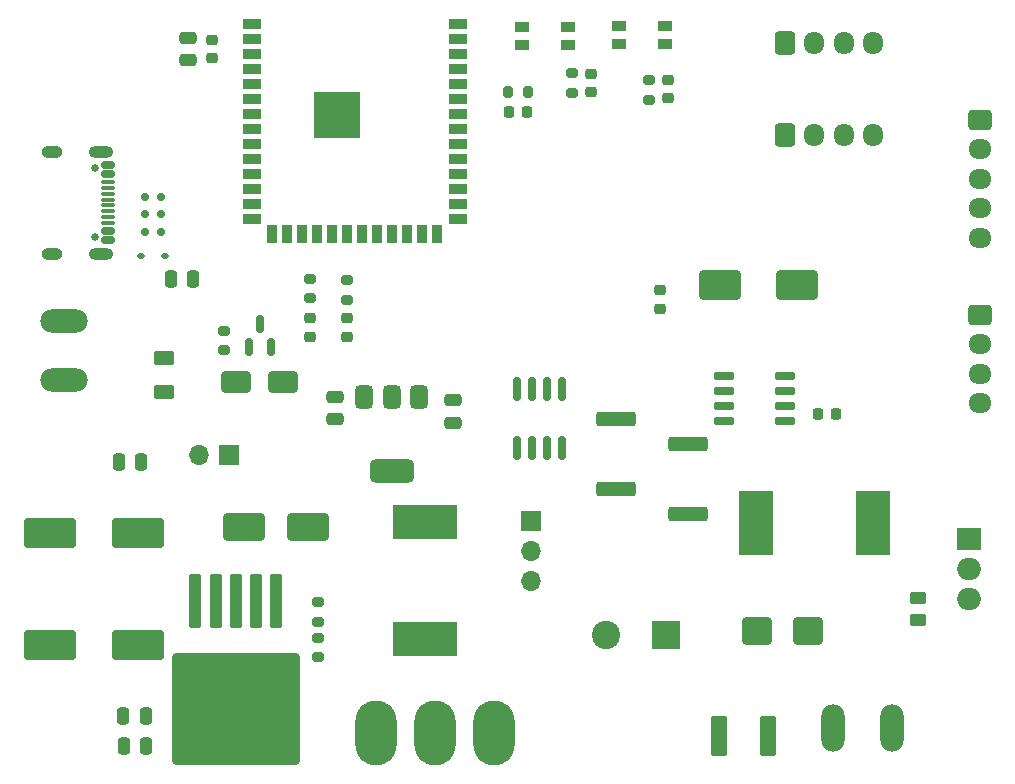
<source format=gts>
G04 #@! TF.GenerationSoftware,KiCad,Pcbnew,8.0.3-8.0.3-0~ubuntu20.04.1*
G04 #@! TF.CreationDate,2025-03-17T01:47:30-03:00*
G04 #@! TF.ProjectId,fuente_regulable,6675656e-7465-45f7-9265-67756c61626c,rev?*
G04 #@! TF.SameCoordinates,Original*
G04 #@! TF.FileFunction,Soldermask,Top*
G04 #@! TF.FilePolarity,Negative*
%FSLAX46Y46*%
G04 Gerber Fmt 4.6, Leading zero omitted, Abs format (unit mm)*
G04 Created by KiCad (PCBNEW 8.0.3-8.0.3-0~ubuntu20.04.1) date 2025-03-17 01:47:30*
%MOMM*%
%LPD*%
G01*
G04 APERTURE LIST*
G04 Aperture macros list*
%AMRoundRect*
0 Rectangle with rounded corners*
0 $1 Rounding radius*
0 $2 $3 $4 $5 $6 $7 $8 $9 X,Y pos of 4 corners*
0 Add a 4 corners polygon primitive as box body*
4,1,4,$2,$3,$4,$5,$6,$7,$8,$9,$2,$3,0*
0 Add four circle primitives for the rounded corners*
1,1,$1+$1,$2,$3*
1,1,$1+$1,$4,$5*
1,1,$1+$1,$6,$7*
1,1,$1+$1,$8,$9*
0 Add four rect primitives between the rounded corners*
20,1,$1+$1,$2,$3,$4,$5,0*
20,1,$1+$1,$4,$5,$6,$7,0*
20,1,$1+$1,$6,$7,$8,$9,0*
20,1,$1+$1,$8,$9,$2,$3,0*%
G04 Aperture macros list end*
%ADD10RoundRect,0.375000X-0.375000X0.625000X-0.375000X-0.625000X0.375000X-0.625000X0.375000X0.625000X0*%
%ADD11RoundRect,0.500000X-1.400000X0.500000X-1.400000X-0.500000X1.400000X-0.500000X1.400000X0.500000X0*%
%ADD12R,1.700000X1.700000*%
%ADD13O,1.700000X1.700000*%
%ADD14RoundRect,0.250000X-0.450000X0.262500X-0.450000X-0.262500X0.450000X-0.262500X0.450000X0.262500X0*%
%ADD15R,2.000000X1.905000*%
%ADD16O,2.000000X1.905000*%
%ADD17R,2.900000X5.400000*%
%ADD18R,2.400000X2.400000*%
%ADD19C,2.400000*%
%ADD20RoundRect,0.250000X-1.500000X-1.000000X1.500000X-1.000000X1.500000X1.000000X-1.500000X1.000000X0*%
%ADD21R,3.900000X3.900000*%
%ADD22R,1.500000X0.900000*%
%ADD23R,0.900000X1.500000*%
%ADD24RoundRect,0.250000X-0.300000X2.050000X-0.300000X-2.050000X0.300000X-2.050000X0.300000X2.050000X0*%
%ADD25RoundRect,0.250002X-5.149998X4.449998X-5.149998X-4.449998X5.149998X-4.449998X5.149998X4.449998X0*%
%ADD26RoundRect,0.150000X-0.150000X0.825000X-0.150000X-0.825000X0.150000X-0.825000X0.150000X0.825000X0*%
%ADD27RoundRect,0.150000X-0.725000X-0.150000X0.725000X-0.150000X0.725000X0.150000X-0.725000X0.150000X0*%
%ADD28R,1.250000X0.900000*%
%ADD29O,3.500000X5.500000*%
%ADD30RoundRect,0.200000X0.275000X-0.200000X0.275000X0.200000X-0.275000X0.200000X-0.275000X-0.200000X0*%
%ADD31RoundRect,0.200000X-0.275000X0.200000X-0.275000X-0.200000X0.275000X-0.200000X0.275000X0.200000X0*%
%ADD32RoundRect,0.200000X-0.200000X-0.275000X0.200000X-0.275000X0.200000X0.275000X-0.200000X0.275000X0*%
%ADD33RoundRect,0.250000X-1.425000X0.362500X-1.425000X-0.362500X1.425000X-0.362500X1.425000X0.362500X0*%
%ADD34RoundRect,0.250000X1.425000X-0.362500X1.425000X0.362500X-1.425000X0.362500X-1.425000X-0.362500X0*%
%ADD35RoundRect,0.150000X0.150000X-0.587500X0.150000X0.587500X-0.150000X0.587500X-0.150000X-0.587500X0*%
%ADD36C,0.650000*%
%ADD37RoundRect,0.150000X-0.425000X0.150000X-0.425000X-0.150000X0.425000X-0.150000X0.425000X0.150000X0*%
%ADD38RoundRect,0.075000X-0.500000X0.075000X-0.500000X-0.075000X0.500000X-0.075000X0.500000X0.075000X0*%
%ADD39O,2.100000X1.000000*%
%ADD40O,1.800000X1.000000*%
%ADD41R,5.400000X2.900000*%
%ADD42RoundRect,0.250000X-0.600000X-0.725000X0.600000X-0.725000X0.600000X0.725000X-0.600000X0.725000X0*%
%ADD43O,1.700000X1.950000*%
%ADD44RoundRect,0.250000X-0.725000X0.600000X-0.725000X-0.600000X0.725000X-0.600000X0.725000X0.600000X0*%
%ADD45O,1.950000X1.700000*%
%ADD46O,2.000000X4.000000*%
%ADD47O,4.000000X2.000000*%
%ADD48RoundRect,0.250000X-0.625000X0.375000X-0.625000X-0.375000X0.625000X-0.375000X0.625000X0.375000X0*%
%ADD49RoundRect,0.250000X1.000000X0.650000X-1.000000X0.650000X-1.000000X-0.650000X1.000000X-0.650000X0*%
%ADD50RoundRect,0.218750X0.256250X-0.218750X0.256250X0.218750X-0.256250X0.218750X-0.256250X-0.218750X0*%
%ADD51RoundRect,0.250000X-1.500000X-0.900000X1.500000X-0.900000X1.500000X0.900000X-1.500000X0.900000X0*%
%ADD52RoundRect,0.150000X0.150000X0.200000X-0.150000X0.200000X-0.150000X-0.200000X0.150000X-0.200000X0*%
%ADD53RoundRect,0.112500X0.187500X0.112500X-0.187500X0.112500X-0.187500X-0.112500X0.187500X-0.112500X0*%
%ADD54RoundRect,0.218750X0.218750X0.256250X-0.218750X0.256250X-0.218750X-0.256250X0.218750X-0.256250X0*%
%ADD55RoundRect,0.250000X-1.000000X-0.900000X1.000000X-0.900000X1.000000X0.900000X-1.000000X0.900000X0*%
%ADD56RoundRect,0.250000X0.475000X-0.250000X0.475000X0.250000X-0.475000X0.250000X-0.475000X-0.250000X0*%
%ADD57RoundRect,0.250000X-0.475000X0.250000X-0.475000X-0.250000X0.475000X-0.250000X0.475000X0.250000X0*%
%ADD58RoundRect,0.250000X-1.950000X-1.000000X1.950000X-1.000000X1.950000X1.000000X-1.950000X1.000000X0*%
%ADD59RoundRect,0.250000X-0.250000X-0.475000X0.250000X-0.475000X0.250000X0.475000X-0.250000X0.475000X0*%
%ADD60RoundRect,0.225000X-0.250000X0.225000X-0.250000X-0.225000X0.250000X-0.225000X0.250000X0.225000X0*%
%ADD61RoundRect,0.250000X0.250000X0.475000X-0.250000X0.475000X-0.250000X-0.475000X0.250000X-0.475000X0*%
%ADD62RoundRect,0.249999X0.450001X1.450001X-0.450001X1.450001X-0.450001X-1.450001X0.450001X-1.450001X0*%
%ADD63RoundRect,0.225000X-0.225000X-0.250000X0.225000X-0.250000X0.225000X0.250000X-0.225000X0.250000X0*%
%ADD64RoundRect,0.225000X0.250000X-0.225000X0.250000X0.225000X-0.250000X0.225000X-0.250000X-0.225000X0*%
G04 APERTURE END LIST*
D10*
X79400000Y-82950000D03*
D11*
X81700000Y-89250000D03*
D10*
X81700000Y-82950000D03*
X84000000Y-82950000D03*
D12*
X93500000Y-93475000D03*
D13*
X93500000Y-96015000D03*
X93500000Y-98555000D03*
D14*
X126300000Y-99987500D03*
X126300000Y-101812500D03*
D15*
X130555000Y-94960000D03*
D16*
X130555000Y-97500000D03*
X130555000Y-100040000D03*
D17*
X112550000Y-93600000D03*
X122450000Y-93600000D03*
D18*
X104900000Y-103100000D03*
D19*
X99900000Y-103100000D03*
D20*
X109500000Y-73500000D03*
X116000000Y-73500000D03*
D21*
X77100000Y-59100000D03*
D22*
X87350000Y-51380000D03*
X87350000Y-52650000D03*
X87350000Y-53920000D03*
X87350000Y-55190000D03*
X87350000Y-56460000D03*
X87350000Y-57730000D03*
X87350000Y-59000000D03*
X87350000Y-60270000D03*
X87350000Y-61540000D03*
X87350000Y-62810000D03*
X87350000Y-64080000D03*
X87350000Y-65350000D03*
X87350000Y-66620000D03*
X87350000Y-67890000D03*
D23*
X85585000Y-69140000D03*
X84315000Y-69140000D03*
X83045000Y-69140000D03*
X81775000Y-69140000D03*
X80505000Y-69140000D03*
X79235000Y-69140000D03*
X77965000Y-69140000D03*
X76695000Y-69140000D03*
X75425000Y-69140000D03*
X74155000Y-69140000D03*
X72885000Y-69140000D03*
X71615000Y-69140000D03*
D22*
X69850000Y-67890000D03*
X69850000Y-66620000D03*
X69850000Y-65350000D03*
X69850000Y-64080000D03*
X69850000Y-62810000D03*
X69850000Y-61540000D03*
X69850000Y-60270000D03*
X69850000Y-59000000D03*
X69850000Y-57730000D03*
X69850000Y-56460000D03*
X69850000Y-55190000D03*
X69850000Y-53920000D03*
X69850000Y-52650000D03*
X69850000Y-51380000D03*
D24*
X71900000Y-100225000D03*
X70200000Y-100225000D03*
X68500000Y-100225000D03*
D25*
X68500000Y-109375000D03*
D24*
X66800000Y-100225000D03*
X65100000Y-100225000D03*
D26*
X96105000Y-82325000D03*
X94835000Y-82325000D03*
X93565000Y-82325000D03*
X92295000Y-82325000D03*
X92295000Y-87275000D03*
X93565000Y-87275000D03*
X94835000Y-87275000D03*
X96105000Y-87275000D03*
D27*
X109850000Y-81190000D03*
X109850000Y-82460000D03*
X109850000Y-83730000D03*
X109850000Y-85000000D03*
X115000000Y-85000000D03*
X115000000Y-83730000D03*
X115000000Y-82460000D03*
X115000000Y-81190000D03*
D28*
X96625000Y-51650000D03*
X92775000Y-51650000D03*
X92775000Y-53150000D03*
X96625000Y-53150000D03*
X104825000Y-51550000D03*
X100975000Y-51550000D03*
X100975000Y-53050000D03*
X104825000Y-53050000D03*
D29*
X80400000Y-111400000D03*
X85400000Y-111400000D03*
X90400000Y-111400000D03*
D30*
X67500000Y-79025000D03*
X67500000Y-77375000D03*
D31*
X74800000Y-72975000D03*
X74800000Y-74625000D03*
X77900000Y-73075000D03*
X77900000Y-74725000D03*
X75500000Y-103350000D03*
X75500000Y-105000000D03*
X75500000Y-100350000D03*
X75500000Y-102000000D03*
D30*
X97000000Y-57200000D03*
X97000000Y-55550000D03*
X103500000Y-57800000D03*
X103500000Y-56150000D03*
D32*
X91600000Y-57100000D03*
X93250000Y-57100000D03*
D33*
X100700000Y-84837500D03*
X100700000Y-90762500D03*
D34*
X106800000Y-92862500D03*
X106800000Y-86937500D03*
D35*
X69600000Y-78700000D03*
X71500000Y-78700000D03*
X70550000Y-76825000D03*
D36*
X56605000Y-63610000D03*
X56605000Y-69390000D03*
D37*
X57680000Y-63300000D03*
X57680000Y-64100000D03*
D38*
X57680000Y-65250000D03*
X57680000Y-66250000D03*
X57680000Y-66750000D03*
X57680000Y-67750000D03*
D37*
X57680000Y-68900000D03*
X57680000Y-69700000D03*
X57680000Y-69700000D03*
X57680000Y-68900000D03*
D38*
X57680000Y-68250000D03*
X57680000Y-67250000D03*
X57680000Y-65750000D03*
X57680000Y-64750000D03*
D37*
X57680000Y-64100000D03*
X57680000Y-63300000D03*
D39*
X57105000Y-62180000D03*
D40*
X52925000Y-62180000D03*
D39*
X57105000Y-70820000D03*
D40*
X52925000Y-70820000D03*
D41*
X84500000Y-103450000D03*
X84500000Y-93550000D03*
D42*
X115000000Y-60800000D03*
D43*
X117500000Y-60800000D03*
X120000000Y-60800000D03*
X122500000Y-60800000D03*
D42*
X115000000Y-53000000D03*
D43*
X117500000Y-53000000D03*
X120000000Y-53000000D03*
X122500000Y-53000000D03*
D44*
X131500000Y-59500000D03*
D45*
X131500000Y-62000000D03*
X131500000Y-64500000D03*
X131500000Y-67000000D03*
X131500000Y-69500000D03*
D44*
X131500000Y-76000000D03*
D45*
X131500000Y-78500000D03*
X131500000Y-81000000D03*
X131500000Y-83500000D03*
D46*
X124100000Y-111000000D03*
X119100000Y-111000000D03*
D12*
X67975000Y-87900000D03*
D13*
X65435000Y-87900000D03*
D47*
X54000000Y-81500000D03*
X54000000Y-76500000D03*
D48*
X62400000Y-79700000D03*
X62400000Y-82500000D03*
D49*
X72500000Y-81700000D03*
X68500000Y-81700000D03*
D50*
X74800000Y-77875000D03*
X74800000Y-76300000D03*
X77900000Y-77887500D03*
X77900000Y-76312500D03*
D51*
X69200000Y-94000000D03*
X74600000Y-94000000D03*
D52*
X60800000Y-69000000D03*
X62200000Y-69000000D03*
X60800000Y-67500000D03*
X62200000Y-67500000D03*
X60800000Y-66000000D03*
X62200000Y-66000000D03*
D53*
X62550000Y-71000000D03*
X60450000Y-71000000D03*
D54*
X93187500Y-58800000D03*
X91612500Y-58800000D03*
D55*
X112650000Y-102800000D03*
X116950000Y-102800000D03*
D56*
X86900000Y-85150000D03*
X86900000Y-83250000D03*
D57*
X76900000Y-82950000D03*
X76900000Y-84850000D03*
D58*
X52800000Y-94500000D03*
X60200000Y-94500000D03*
D59*
X58600000Y-88500000D03*
X60500000Y-88500000D03*
D58*
X52800000Y-104000000D03*
X60200000Y-104000000D03*
D59*
X59000000Y-110000000D03*
X60900000Y-110000000D03*
X59050000Y-112500000D03*
X60950000Y-112500000D03*
D60*
X98600000Y-55625000D03*
X98600000Y-57175000D03*
X105100000Y-56125000D03*
X105100000Y-57675000D03*
D61*
X64900000Y-73000000D03*
X63000000Y-73000000D03*
D60*
X66500000Y-52725000D03*
X66500000Y-54275000D03*
D57*
X64500000Y-52550000D03*
X64500000Y-54450000D03*
D62*
X113550000Y-111700000D03*
X109450000Y-111700000D03*
D63*
X117825000Y-84400000D03*
X119375000Y-84400000D03*
D64*
X104400000Y-75475000D03*
X104400000Y-73925000D03*
M02*

</source>
